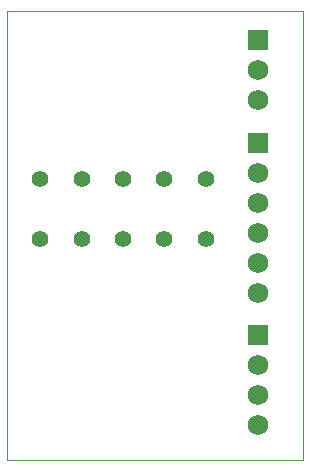
<source format=gbs>
G75*
%MOIN*%
%OFA0B0*%
%FSLAX25Y25*%
%IPPOS*%
%LPD*%
%AMOC8*
5,1,8,0,0,1.08239X$1,22.5*
%
%ADD10C,0.00000*%
%ADD11R,0.06900X0.06900*%
%ADD12C,0.06900*%
%ADD13C,0.05518*%
D10*
X0037739Y0009674D02*
X0037739Y0159280D01*
X0136164Y0159280D01*
X0136164Y0009674D01*
X0037739Y0009674D01*
D11*
X0121203Y0051406D03*
X0121203Y0115383D03*
X0121203Y0149438D03*
D12*
X0121203Y0139438D03*
X0121203Y0129438D03*
X0121203Y0105383D03*
X0121203Y0095383D03*
X0121203Y0085383D03*
X0121203Y0075383D03*
X0121203Y0065383D03*
X0121203Y0041406D03*
X0121203Y0031406D03*
X0121203Y0021406D03*
D13*
X0103880Y0083139D03*
X0090101Y0083139D03*
X0076321Y0083139D03*
X0062542Y0083139D03*
X0048762Y0083139D03*
X0048762Y0103139D03*
X0062542Y0103139D03*
X0076321Y0103139D03*
X0090101Y0103139D03*
X0103880Y0103139D03*
M02*

</source>
